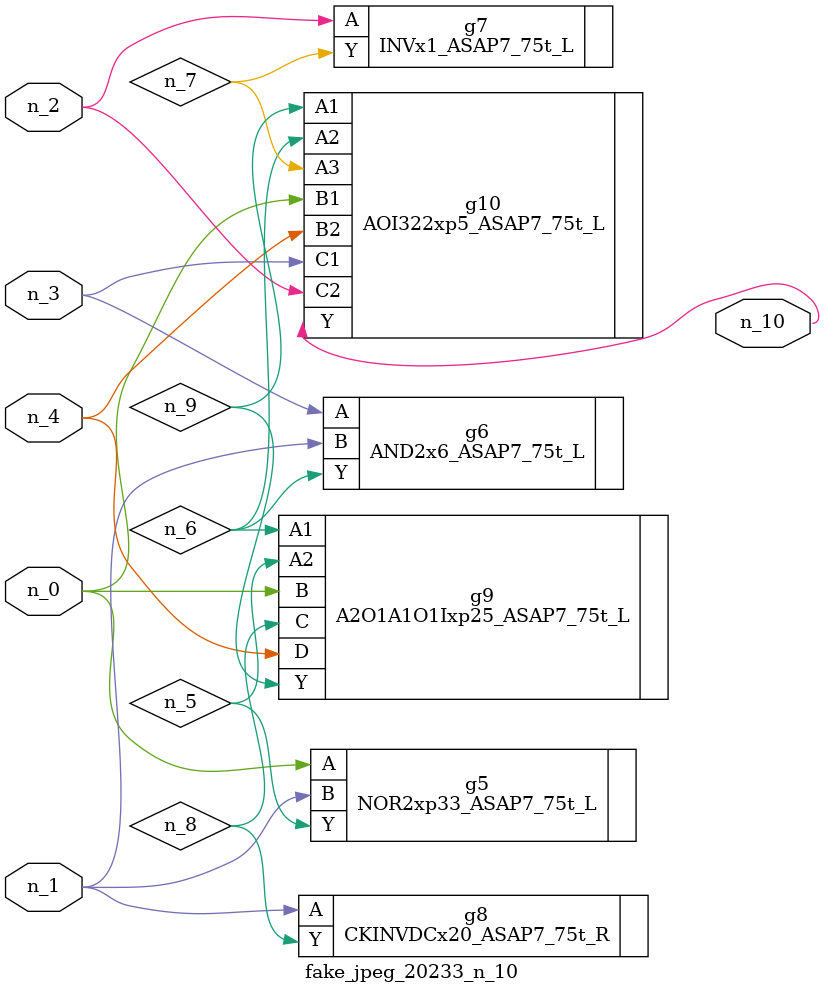
<source format=v>
module fake_jpeg_20233_n_10 (n_3, n_2, n_1, n_0, n_4, n_10);

input n_3;
input n_2;
input n_1;
input n_0;
input n_4;

output n_10;

wire n_8;
wire n_9;
wire n_6;
wire n_5;
wire n_7;

NOR2xp33_ASAP7_75t_L g5 ( 
.A(n_0),
.B(n_1),
.Y(n_5)
);

AND2x6_ASAP7_75t_L g6 ( 
.A(n_3),
.B(n_1),
.Y(n_6)
);

INVx1_ASAP7_75t_L g7 ( 
.A(n_2),
.Y(n_7)
);

CKINVDCx20_ASAP7_75t_R g8 ( 
.A(n_1),
.Y(n_8)
);

A2O1A1O1Ixp25_ASAP7_75t_L g9 ( 
.A1(n_6),
.A2(n_5),
.B(n_0),
.C(n_8),
.D(n_4),
.Y(n_9)
);

AOI322xp5_ASAP7_75t_L g10 ( 
.A1(n_9),
.A2(n_6),
.A3(n_7),
.B1(n_0),
.B2(n_4),
.C1(n_3),
.C2(n_2),
.Y(n_10)
);


endmodule
</source>
